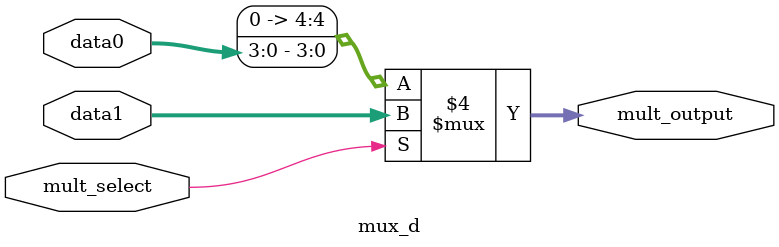
<source format=v>
module mux_d(output reg [4:0] mult_output,
             input [3:0] data0,
             input [4:0] data1,
             input mult_select);

always @(mult_select, data0, data1)
    if (!mult_select)
        mult_output <= {1'b0, data0};
    else
        mult_output <= data1;
endmodule

</source>
